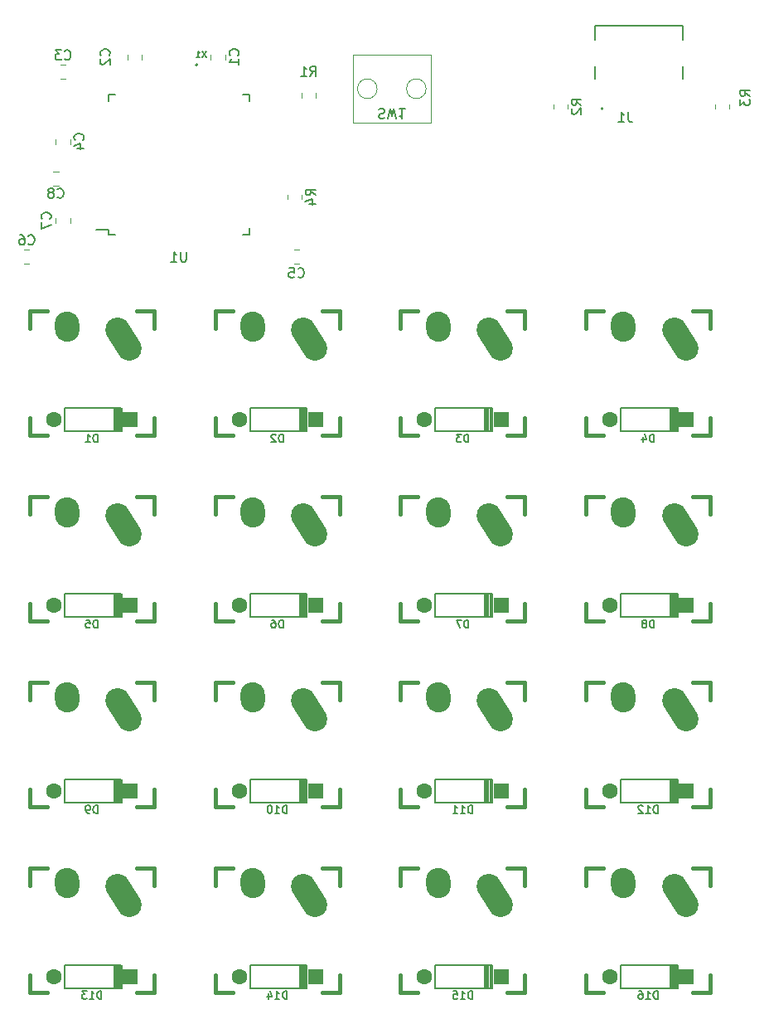
<source format=gbo>
%TF.GenerationSoftware,KiCad,Pcbnew,5.99.0-unknown-48521774cd~131~ubuntu20.04.1*%
%TF.CreationDate,2021-08-15T22:43:00-07:00*%
%TF.ProjectId,keyboard MKI,6b657962-6f61-4726-9420-4d4b492e6b69,rev?*%
%TF.SameCoordinates,Original*%
%TF.FileFunction,Legend,Bot*%
%TF.FilePolarity,Positive*%
%FSLAX46Y46*%
G04 Gerber Fmt 4.6, Leading zero omitted, Abs format (unit mm)*
G04 Created by KiCad (PCBNEW 5.99.0-unknown-48521774cd~131~ubuntu20.04.1) date 2021-08-15 22:43:00*
%MOMM*%
%LPD*%
G01*
G04 APERTURE LIST*
G04 Aperture macros list*
%AMHorizOval*
0 Thick line with rounded ends*
0 $1 width*
0 $2 $3 position (X,Y) of the first rounded end (center of the circle)*
0 $4 $5 position (X,Y) of the second rounded end (center of the circle)*
0 Add line between two ends*
20,1,$1,$2,$3,$4,$5,0*
0 Add two circle primitives to create the rounded ends*
1,1,$1,$2,$3*
1,1,$1,$4,$5*%
G04 Aperture macros list end*
%ADD10C,0.150000*%
%ADD11C,0.120000*%
%ADD12C,0.200000*%
%ADD13C,0.381000*%
%ADD14HorizOval,2.500000X-0.604462X0.948815X0.604462X-0.948815X0*%
%ADD15HorizOval,2.500000X-0.019724X0.289328X0.019724X-0.289328X0*%
%ADD16R,1.600000X1.600000*%
%ADD17C,1.600000*%
G04 APERTURE END LIST*
D10*
%TO.C,SW1*%
X105416666Y-45845238D02*
X105559523Y-45797619D01*
X105797619Y-45797619D01*
X105892857Y-45845238D01*
X105940476Y-45892857D01*
X105988095Y-45988095D01*
X105988095Y-46083333D01*
X105940476Y-46178571D01*
X105892857Y-46226190D01*
X105797619Y-46273809D01*
X105607142Y-46321428D01*
X105511904Y-46369047D01*
X105464285Y-46416666D01*
X105416666Y-46511904D01*
X105416666Y-46607142D01*
X105464285Y-46702380D01*
X105511904Y-46750000D01*
X105607142Y-46797619D01*
X105845238Y-46797619D01*
X105988095Y-46750000D01*
X106321428Y-46797619D02*
X106559523Y-45797619D01*
X106750000Y-46511904D01*
X106940476Y-45797619D01*
X107178571Y-46797619D01*
X108083333Y-45797619D02*
X107511904Y-45797619D01*
X107797619Y-45797619D02*
X107797619Y-46797619D01*
X107702380Y-46654761D01*
X107607142Y-46559523D01*
X107511904Y-46511904D01*
%TO.C,X1*%
X87768095Y-39899523D02*
X87341428Y-40539523D01*
X87341428Y-39899523D02*
X87768095Y-40539523D01*
X86762380Y-40539523D02*
X87128095Y-40539523D01*
X86945238Y-40539523D02*
X86945238Y-39899523D01*
X87006190Y-39990952D01*
X87067142Y-40051904D01*
X87128095Y-40082380D01*
%TO.C,U1*%
X85761904Y-60402380D02*
X85761904Y-61211904D01*
X85714285Y-61307142D01*
X85666666Y-61354761D01*
X85571428Y-61402380D01*
X85380952Y-61402380D01*
X85285714Y-61354761D01*
X85238095Y-61307142D01*
X85190476Y-61211904D01*
X85190476Y-60402380D01*
X84190476Y-61402380D02*
X84761904Y-61402380D01*
X84476190Y-61402380D02*
X84476190Y-60402380D01*
X84571428Y-60545238D01*
X84666666Y-60640476D01*
X84761904Y-60688095D01*
%TO.C,R4*%
X98945130Y-54614383D02*
X98468940Y-54281050D01*
X98945130Y-54042954D02*
X97945130Y-54042954D01*
X97945130Y-54423907D01*
X97992750Y-54519145D01*
X98040369Y-54566764D01*
X98135607Y-54614383D01*
X98278464Y-54614383D01*
X98373702Y-54566764D01*
X98421321Y-54519145D01*
X98468940Y-54423907D01*
X98468940Y-54042954D01*
X98278464Y-55471526D02*
X98945130Y-55471526D01*
X97897511Y-55233430D02*
X98611797Y-54995335D01*
X98611797Y-55614383D01*
%TO.C,R3*%
X143333630Y-44483333D02*
X142857440Y-44150000D01*
X143333630Y-43911904D02*
X142333630Y-43911904D01*
X142333630Y-44292857D01*
X142381250Y-44388095D01*
X142428869Y-44435714D01*
X142524107Y-44483333D01*
X142666964Y-44483333D01*
X142762202Y-44435714D01*
X142809821Y-44388095D01*
X142857440Y-44292857D01*
X142857440Y-43911904D01*
X142333630Y-44816666D02*
X142333630Y-45435714D01*
X142714583Y-45102380D01*
X142714583Y-45245238D01*
X142762202Y-45340476D01*
X142809821Y-45388095D01*
X142905059Y-45435714D01*
X143143154Y-45435714D01*
X143238392Y-45388095D01*
X143286011Y-45340476D01*
X143333630Y-45245238D01*
X143333630Y-44959523D01*
X143286011Y-44864285D01*
X143238392Y-44816666D01*
%TO.C,R2*%
X126102380Y-45395833D02*
X125626190Y-45062500D01*
X126102380Y-44824404D02*
X125102380Y-44824404D01*
X125102380Y-45205357D01*
X125150000Y-45300595D01*
X125197619Y-45348214D01*
X125292857Y-45395833D01*
X125435714Y-45395833D01*
X125530952Y-45348214D01*
X125578571Y-45300595D01*
X125626190Y-45205357D01*
X125626190Y-44824404D01*
X125197619Y-45776785D02*
X125150000Y-45824404D01*
X125102380Y-45919642D01*
X125102380Y-46157738D01*
X125150000Y-46252976D01*
X125197619Y-46300595D01*
X125292857Y-46348214D01*
X125388095Y-46348214D01*
X125530952Y-46300595D01*
X126102380Y-45729166D01*
X126102380Y-46348214D01*
%TO.C,R1*%
X98416666Y-42452380D02*
X98750000Y-41976190D01*
X98988095Y-42452380D02*
X98988095Y-41452380D01*
X98607142Y-41452380D01*
X98511904Y-41500000D01*
X98464285Y-41547619D01*
X98416666Y-41642857D01*
X98416666Y-41785714D01*
X98464285Y-41880952D01*
X98511904Y-41928571D01*
X98607142Y-41976190D01*
X98988095Y-41976190D01*
X97464285Y-42452380D02*
X98035714Y-42452380D01*
X97750000Y-42452380D02*
X97750000Y-41452380D01*
X97845238Y-41595238D01*
X97940476Y-41690476D01*
X98035714Y-41738095D01*
%TO.C,J1*%
X130908333Y-46149880D02*
X130908333Y-46864166D01*
X130955952Y-47007023D01*
X131051190Y-47102261D01*
X131194047Y-47149880D01*
X131289285Y-47149880D01*
X129908333Y-47149880D02*
X130479761Y-47149880D01*
X130194047Y-47149880D02*
X130194047Y-46149880D01*
X130289285Y-46292738D01*
X130384523Y-46387976D01*
X130479761Y-46435595D01*
%TO.C,D16*%
X133919828Y-136683704D02*
X133919828Y-135883704D01*
X133729352Y-135883704D01*
X133615066Y-135921800D01*
X133538876Y-135997990D01*
X133500780Y-136074180D01*
X133462685Y-136226561D01*
X133462685Y-136340847D01*
X133500780Y-136493228D01*
X133538876Y-136569419D01*
X133615066Y-136645609D01*
X133729352Y-136683704D01*
X133919828Y-136683704D01*
X132700780Y-136683704D02*
X133157923Y-136683704D01*
X132929352Y-136683704D02*
X132929352Y-135883704D01*
X133005542Y-135997990D01*
X133081733Y-136074180D01*
X133157923Y-136112276D01*
X132015066Y-135883704D02*
X132167447Y-135883704D01*
X132243638Y-135921800D01*
X132281733Y-135959895D01*
X132357923Y-136074180D01*
X132396019Y-136226561D01*
X132396019Y-136531323D01*
X132357923Y-136607514D01*
X132319828Y-136645609D01*
X132243638Y-136683704D01*
X132091257Y-136683704D01*
X132015066Y-136645609D01*
X131976971Y-136607514D01*
X131938876Y-136531323D01*
X131938876Y-136340847D01*
X131976971Y-136264657D01*
X132015066Y-136226561D01*
X132091257Y-136188466D01*
X132243638Y-136188466D01*
X132319828Y-136226561D01*
X132357923Y-136264657D01*
X132396019Y-136340847D01*
%TO.C,D15*%
X114971428Y-136683704D02*
X114971428Y-135883704D01*
X114780952Y-135883704D01*
X114666666Y-135921800D01*
X114590476Y-135997990D01*
X114552380Y-136074180D01*
X114514285Y-136226561D01*
X114514285Y-136340847D01*
X114552380Y-136493228D01*
X114590476Y-136569419D01*
X114666666Y-136645609D01*
X114780952Y-136683704D01*
X114971428Y-136683704D01*
X113752380Y-136683704D02*
X114209523Y-136683704D01*
X113980952Y-136683704D02*
X113980952Y-135883704D01*
X114057142Y-135997990D01*
X114133333Y-136074180D01*
X114209523Y-136112276D01*
X113028571Y-135883704D02*
X113409523Y-135883704D01*
X113447619Y-136264657D01*
X113409523Y-136226561D01*
X113333333Y-136188466D01*
X113142857Y-136188466D01*
X113066666Y-136226561D01*
X113028571Y-136264657D01*
X112990476Y-136340847D01*
X112990476Y-136531323D01*
X113028571Y-136607514D01*
X113066666Y-136645609D01*
X113142857Y-136683704D01*
X113333333Y-136683704D01*
X113409523Y-136645609D01*
X113447619Y-136607514D01*
%TO.C,D14*%
X96023028Y-136683704D02*
X96023028Y-135883704D01*
X95832552Y-135883704D01*
X95718266Y-135921800D01*
X95642076Y-135997990D01*
X95603980Y-136074180D01*
X95565885Y-136226561D01*
X95565885Y-136340847D01*
X95603980Y-136493228D01*
X95642076Y-136569419D01*
X95718266Y-136645609D01*
X95832552Y-136683704D01*
X96023028Y-136683704D01*
X94803980Y-136683704D02*
X95261123Y-136683704D01*
X95032552Y-136683704D02*
X95032552Y-135883704D01*
X95108742Y-135997990D01*
X95184933Y-136074180D01*
X95261123Y-136112276D01*
X94118266Y-136150371D02*
X94118266Y-136683704D01*
X94308742Y-135845609D02*
X94499219Y-136417038D01*
X94003980Y-136417038D01*
%TO.C,D13*%
X77074628Y-136683704D02*
X77074628Y-135883704D01*
X76884152Y-135883704D01*
X76769866Y-135921800D01*
X76693676Y-135997990D01*
X76655580Y-136074180D01*
X76617485Y-136226561D01*
X76617485Y-136340847D01*
X76655580Y-136493228D01*
X76693676Y-136569419D01*
X76769866Y-136645609D01*
X76884152Y-136683704D01*
X77074628Y-136683704D01*
X75855580Y-136683704D02*
X76312723Y-136683704D01*
X76084152Y-136683704D02*
X76084152Y-135883704D01*
X76160342Y-135997990D01*
X76236533Y-136074180D01*
X76312723Y-136112276D01*
X75588914Y-135883704D02*
X75093676Y-135883704D01*
X75360342Y-136188466D01*
X75246057Y-136188466D01*
X75169866Y-136226561D01*
X75131771Y-136264657D01*
X75093676Y-136340847D01*
X75093676Y-136531323D01*
X75131771Y-136607514D01*
X75169866Y-136645609D01*
X75246057Y-136683704D01*
X75474628Y-136683704D01*
X75550819Y-136645609D01*
X75588914Y-136607514D01*
%TO.C,D12*%
X133919828Y-117735304D02*
X133919828Y-116935304D01*
X133729352Y-116935304D01*
X133615066Y-116973400D01*
X133538876Y-117049590D01*
X133500780Y-117125780D01*
X133462685Y-117278161D01*
X133462685Y-117392447D01*
X133500780Y-117544828D01*
X133538876Y-117621019D01*
X133615066Y-117697209D01*
X133729352Y-117735304D01*
X133919828Y-117735304D01*
X132700780Y-117735304D02*
X133157923Y-117735304D01*
X132929352Y-117735304D02*
X132929352Y-116935304D01*
X133005542Y-117049590D01*
X133081733Y-117125780D01*
X133157923Y-117163876D01*
X132396019Y-117011495D02*
X132357923Y-116973400D01*
X132281733Y-116935304D01*
X132091257Y-116935304D01*
X132015066Y-116973400D01*
X131976971Y-117011495D01*
X131938876Y-117087685D01*
X131938876Y-117163876D01*
X131976971Y-117278161D01*
X132434114Y-117735304D01*
X131938876Y-117735304D01*
%TO.C,D11*%
X114971428Y-117735304D02*
X114971428Y-116935304D01*
X114780952Y-116935304D01*
X114666666Y-116973400D01*
X114590476Y-117049590D01*
X114552380Y-117125780D01*
X114514285Y-117278161D01*
X114514285Y-117392447D01*
X114552380Y-117544828D01*
X114590476Y-117621019D01*
X114666666Y-117697209D01*
X114780952Y-117735304D01*
X114971428Y-117735304D01*
X113752380Y-117735304D02*
X114209523Y-117735304D01*
X113980952Y-117735304D02*
X113980952Y-116935304D01*
X114057142Y-117049590D01*
X114133333Y-117125780D01*
X114209523Y-117163876D01*
X112990476Y-117735304D02*
X113447619Y-117735304D01*
X113219047Y-117735304D02*
X113219047Y-116935304D01*
X113295238Y-117049590D01*
X113371428Y-117125780D01*
X113447619Y-117163876D01*
%TO.C,D10*%
X96023028Y-117735304D02*
X96023028Y-116935304D01*
X95832552Y-116935304D01*
X95718266Y-116973400D01*
X95642076Y-117049590D01*
X95603980Y-117125780D01*
X95565885Y-117278161D01*
X95565885Y-117392447D01*
X95603980Y-117544828D01*
X95642076Y-117621019D01*
X95718266Y-117697209D01*
X95832552Y-117735304D01*
X96023028Y-117735304D01*
X94803980Y-117735304D02*
X95261123Y-117735304D01*
X95032552Y-117735304D02*
X95032552Y-116935304D01*
X95108742Y-117049590D01*
X95184933Y-117125780D01*
X95261123Y-117163876D01*
X94308742Y-116935304D02*
X94232552Y-116935304D01*
X94156361Y-116973400D01*
X94118266Y-117011495D01*
X94080171Y-117087685D01*
X94042076Y-117240066D01*
X94042076Y-117430542D01*
X94080171Y-117582923D01*
X94118266Y-117659114D01*
X94156361Y-117697209D01*
X94232552Y-117735304D01*
X94308742Y-117735304D01*
X94384933Y-117697209D01*
X94423028Y-117659114D01*
X94461123Y-117582923D01*
X94499219Y-117430542D01*
X94499219Y-117240066D01*
X94461123Y-117087685D01*
X94423028Y-117011495D01*
X94384933Y-116973400D01*
X94308742Y-116935304D01*
%TO.C,D9*%
X76693676Y-117735304D02*
X76693676Y-116935304D01*
X76503200Y-116935304D01*
X76388914Y-116973400D01*
X76312723Y-117049590D01*
X76274628Y-117125780D01*
X76236533Y-117278161D01*
X76236533Y-117392447D01*
X76274628Y-117544828D01*
X76312723Y-117621019D01*
X76388914Y-117697209D01*
X76503200Y-117735304D01*
X76693676Y-117735304D01*
X75855580Y-117735304D02*
X75703200Y-117735304D01*
X75627009Y-117697209D01*
X75588914Y-117659114D01*
X75512723Y-117544828D01*
X75474628Y-117392447D01*
X75474628Y-117087685D01*
X75512723Y-117011495D01*
X75550819Y-116973400D01*
X75627009Y-116935304D01*
X75779390Y-116935304D01*
X75855580Y-116973400D01*
X75893676Y-117011495D01*
X75931771Y-117087685D01*
X75931771Y-117278161D01*
X75893676Y-117354352D01*
X75855580Y-117392447D01*
X75779390Y-117430542D01*
X75627009Y-117430542D01*
X75550819Y-117392447D01*
X75512723Y-117354352D01*
X75474628Y-117278161D01*
%TO.C,D8*%
X133538876Y-98786904D02*
X133538876Y-97986904D01*
X133348400Y-97986904D01*
X133234114Y-98025000D01*
X133157923Y-98101190D01*
X133119828Y-98177380D01*
X133081733Y-98329761D01*
X133081733Y-98444047D01*
X133119828Y-98596428D01*
X133157923Y-98672619D01*
X133234114Y-98748809D01*
X133348400Y-98786904D01*
X133538876Y-98786904D01*
X132624590Y-98329761D02*
X132700780Y-98291666D01*
X132738876Y-98253571D01*
X132776971Y-98177380D01*
X132776971Y-98139285D01*
X132738876Y-98063095D01*
X132700780Y-98025000D01*
X132624590Y-97986904D01*
X132472209Y-97986904D01*
X132396019Y-98025000D01*
X132357923Y-98063095D01*
X132319828Y-98139285D01*
X132319828Y-98177380D01*
X132357923Y-98253571D01*
X132396019Y-98291666D01*
X132472209Y-98329761D01*
X132624590Y-98329761D01*
X132700780Y-98367857D01*
X132738876Y-98405952D01*
X132776971Y-98482142D01*
X132776971Y-98634523D01*
X132738876Y-98710714D01*
X132700780Y-98748809D01*
X132624590Y-98786904D01*
X132472209Y-98786904D01*
X132396019Y-98748809D01*
X132357923Y-98710714D01*
X132319828Y-98634523D01*
X132319828Y-98482142D01*
X132357923Y-98405952D01*
X132396019Y-98367857D01*
X132472209Y-98329761D01*
%TO.C,D7*%
X114590476Y-98786904D02*
X114590476Y-97986904D01*
X114400000Y-97986904D01*
X114285714Y-98025000D01*
X114209523Y-98101190D01*
X114171428Y-98177380D01*
X114133333Y-98329761D01*
X114133333Y-98444047D01*
X114171428Y-98596428D01*
X114209523Y-98672619D01*
X114285714Y-98748809D01*
X114400000Y-98786904D01*
X114590476Y-98786904D01*
X113866666Y-97986904D02*
X113333333Y-97986904D01*
X113676190Y-98786904D01*
%TO.C,D6*%
X95642076Y-98786904D02*
X95642076Y-97986904D01*
X95451600Y-97986904D01*
X95337314Y-98025000D01*
X95261123Y-98101190D01*
X95223028Y-98177380D01*
X95184933Y-98329761D01*
X95184933Y-98444047D01*
X95223028Y-98596428D01*
X95261123Y-98672619D01*
X95337314Y-98748809D01*
X95451600Y-98786904D01*
X95642076Y-98786904D01*
X94499219Y-97986904D02*
X94651600Y-97986904D01*
X94727790Y-98025000D01*
X94765885Y-98063095D01*
X94842076Y-98177380D01*
X94880171Y-98329761D01*
X94880171Y-98634523D01*
X94842076Y-98710714D01*
X94803980Y-98748809D01*
X94727790Y-98786904D01*
X94575409Y-98786904D01*
X94499219Y-98748809D01*
X94461123Y-98710714D01*
X94423028Y-98634523D01*
X94423028Y-98444047D01*
X94461123Y-98367857D01*
X94499219Y-98329761D01*
X94575409Y-98291666D01*
X94727790Y-98291666D01*
X94803980Y-98329761D01*
X94842076Y-98367857D01*
X94880171Y-98444047D01*
%TO.C,D5*%
X76693676Y-98786904D02*
X76693676Y-97986904D01*
X76503200Y-97986904D01*
X76388914Y-98025000D01*
X76312723Y-98101190D01*
X76274628Y-98177380D01*
X76236533Y-98329761D01*
X76236533Y-98444047D01*
X76274628Y-98596428D01*
X76312723Y-98672619D01*
X76388914Y-98748809D01*
X76503200Y-98786904D01*
X76693676Y-98786904D01*
X75512723Y-97986904D02*
X75893676Y-97986904D01*
X75931771Y-98367857D01*
X75893676Y-98329761D01*
X75817485Y-98291666D01*
X75627009Y-98291666D01*
X75550819Y-98329761D01*
X75512723Y-98367857D01*
X75474628Y-98444047D01*
X75474628Y-98634523D01*
X75512723Y-98710714D01*
X75550819Y-98748809D01*
X75627009Y-98786904D01*
X75817485Y-98786904D01*
X75893676Y-98748809D01*
X75931771Y-98710714D01*
%TO.C,D4*%
X133538876Y-79838504D02*
X133538876Y-79038504D01*
X133348400Y-79038504D01*
X133234114Y-79076600D01*
X133157923Y-79152790D01*
X133119828Y-79228980D01*
X133081733Y-79381361D01*
X133081733Y-79495647D01*
X133119828Y-79648028D01*
X133157923Y-79724219D01*
X133234114Y-79800409D01*
X133348400Y-79838504D01*
X133538876Y-79838504D01*
X132396019Y-79305171D02*
X132396019Y-79838504D01*
X132586495Y-79000409D02*
X132776971Y-79571838D01*
X132281733Y-79571838D01*
%TO.C,D3*%
X114590476Y-79838504D02*
X114590476Y-79038504D01*
X114400000Y-79038504D01*
X114285714Y-79076600D01*
X114209523Y-79152790D01*
X114171428Y-79228980D01*
X114133333Y-79381361D01*
X114133333Y-79495647D01*
X114171428Y-79648028D01*
X114209523Y-79724219D01*
X114285714Y-79800409D01*
X114400000Y-79838504D01*
X114590476Y-79838504D01*
X113866666Y-79038504D02*
X113371428Y-79038504D01*
X113638095Y-79343266D01*
X113523809Y-79343266D01*
X113447619Y-79381361D01*
X113409523Y-79419457D01*
X113371428Y-79495647D01*
X113371428Y-79686123D01*
X113409523Y-79762314D01*
X113447619Y-79800409D01*
X113523809Y-79838504D01*
X113752380Y-79838504D01*
X113828571Y-79800409D01*
X113866666Y-79762314D01*
%TO.C,D2*%
X95642076Y-79838504D02*
X95642076Y-79038504D01*
X95451600Y-79038504D01*
X95337314Y-79076600D01*
X95261123Y-79152790D01*
X95223028Y-79228980D01*
X95184933Y-79381361D01*
X95184933Y-79495647D01*
X95223028Y-79648028D01*
X95261123Y-79724219D01*
X95337314Y-79800409D01*
X95451600Y-79838504D01*
X95642076Y-79838504D01*
X94880171Y-79114695D02*
X94842076Y-79076600D01*
X94765885Y-79038504D01*
X94575409Y-79038504D01*
X94499219Y-79076600D01*
X94461123Y-79114695D01*
X94423028Y-79190885D01*
X94423028Y-79267076D01*
X94461123Y-79381361D01*
X94918266Y-79838504D01*
X94423028Y-79838504D01*
%TO.C,D1*%
X76693676Y-79838504D02*
X76693676Y-79038504D01*
X76503200Y-79038504D01*
X76388914Y-79076600D01*
X76312723Y-79152790D01*
X76274628Y-79228980D01*
X76236533Y-79381361D01*
X76236533Y-79495647D01*
X76274628Y-79648028D01*
X76312723Y-79724219D01*
X76388914Y-79800409D01*
X76503200Y-79838504D01*
X76693676Y-79838504D01*
X75474628Y-79838504D02*
X75931771Y-79838504D01*
X75703200Y-79838504D02*
X75703200Y-79038504D01*
X75779390Y-79152790D01*
X75855580Y-79228980D01*
X75931771Y-79267076D01*
%TO.C,C8*%
X72596616Y-54807992D02*
X72644235Y-54855611D01*
X72787092Y-54903230D01*
X72882330Y-54903230D01*
X73025188Y-54855611D01*
X73120426Y-54760373D01*
X73168045Y-54665135D01*
X73215664Y-54474659D01*
X73215664Y-54331802D01*
X73168045Y-54141326D01*
X73120426Y-54046088D01*
X73025188Y-53950850D01*
X72882330Y-53903230D01*
X72787092Y-53903230D01*
X72644235Y-53950850D01*
X72596616Y-53998469D01*
X72025188Y-54331802D02*
X72120426Y-54284183D01*
X72168045Y-54236564D01*
X72215664Y-54141326D01*
X72215664Y-54093707D01*
X72168045Y-53998469D01*
X72120426Y-53950850D01*
X72025188Y-53903230D01*
X71834711Y-53903230D01*
X71739473Y-53950850D01*
X71691854Y-53998469D01*
X71644235Y-54093707D01*
X71644235Y-54141326D01*
X71691854Y-54236564D01*
X71739473Y-54284183D01*
X71834711Y-54331802D01*
X72025188Y-54331802D01*
X72120426Y-54379421D01*
X72168045Y-54427040D01*
X72215664Y-54522278D01*
X72215664Y-54712754D01*
X72168045Y-54807992D01*
X72120426Y-54855611D01*
X72025188Y-54903230D01*
X71834711Y-54903230D01*
X71739473Y-54855611D01*
X71691854Y-54807992D01*
X71644235Y-54712754D01*
X71644235Y-54522278D01*
X71691854Y-54427040D01*
X71739473Y-54379421D01*
X71834711Y-54331802D01*
%TO.C,C7*%
X71834392Y-57020433D02*
X71882011Y-56972814D01*
X71929630Y-56829957D01*
X71929630Y-56734719D01*
X71882011Y-56591861D01*
X71786773Y-56496623D01*
X71691535Y-56449004D01*
X71501059Y-56401385D01*
X71358202Y-56401385D01*
X71167726Y-56449004D01*
X71072488Y-56496623D01*
X70977250Y-56591861D01*
X70929630Y-56734719D01*
X70929630Y-56829957D01*
X70977250Y-56972814D01*
X71024869Y-57020433D01*
X70929630Y-57353766D02*
X70929630Y-58020433D01*
X71929630Y-57591861D01*
%TO.C,C6*%
X69616666Y-59589642D02*
X69664285Y-59637261D01*
X69807142Y-59684880D01*
X69902380Y-59684880D01*
X70045238Y-59637261D01*
X70140476Y-59542023D01*
X70188095Y-59446785D01*
X70235714Y-59256309D01*
X70235714Y-59113452D01*
X70188095Y-58922976D01*
X70140476Y-58827738D01*
X70045238Y-58732500D01*
X69902380Y-58684880D01*
X69807142Y-58684880D01*
X69664285Y-58732500D01*
X69616666Y-58780119D01*
X68759523Y-58684880D02*
X68950000Y-58684880D01*
X69045238Y-58732500D01*
X69092857Y-58780119D01*
X69188095Y-58922976D01*
X69235714Y-59113452D01*
X69235714Y-59494404D01*
X69188095Y-59589642D01*
X69140476Y-59637261D01*
X69045238Y-59684880D01*
X68854761Y-59684880D01*
X68759523Y-59637261D01*
X68711904Y-59589642D01*
X68664285Y-59494404D01*
X68664285Y-59256309D01*
X68711904Y-59161071D01*
X68759523Y-59113452D01*
X68854761Y-59065833D01*
X69045238Y-59065833D01*
X69140476Y-59113452D01*
X69188095Y-59161071D01*
X69235714Y-59256309D01*
%TO.C,C5*%
X97166666Y-62949642D02*
X97214285Y-62997261D01*
X97357142Y-63044880D01*
X97452380Y-63044880D01*
X97595238Y-62997261D01*
X97690476Y-62902023D01*
X97738095Y-62806785D01*
X97785714Y-62616309D01*
X97785714Y-62473452D01*
X97738095Y-62282976D01*
X97690476Y-62187738D01*
X97595238Y-62092500D01*
X97452380Y-62044880D01*
X97357142Y-62044880D01*
X97214285Y-62092500D01*
X97166666Y-62140119D01*
X96261904Y-62044880D02*
X96738095Y-62044880D01*
X96785714Y-62521071D01*
X96738095Y-62473452D01*
X96642857Y-62425833D01*
X96404761Y-62425833D01*
X96309523Y-62473452D01*
X96261904Y-62521071D01*
X96214285Y-62616309D01*
X96214285Y-62854404D01*
X96261904Y-62949642D01*
X96309523Y-62997261D01*
X96404761Y-63044880D01*
X96642857Y-63044880D01*
X96738095Y-62997261D01*
X96785714Y-62949642D01*
%TO.C,C4*%
X75194392Y-48964783D02*
X75242011Y-48917164D01*
X75289630Y-48774307D01*
X75289630Y-48679069D01*
X75242011Y-48536211D01*
X75146773Y-48440973D01*
X75051535Y-48393354D01*
X74861059Y-48345735D01*
X74718202Y-48345735D01*
X74527726Y-48393354D01*
X74432488Y-48440973D01*
X74337250Y-48536211D01*
X74289630Y-48679069D01*
X74289630Y-48774307D01*
X74337250Y-48917164D01*
X74384869Y-48964783D01*
X74622964Y-49821926D02*
X75289630Y-49821926D01*
X74242011Y-49583830D02*
X74956297Y-49345735D01*
X74956297Y-49964783D01*
%TO.C,C3*%
X73323916Y-40702942D02*
X73371535Y-40750561D01*
X73514392Y-40798180D01*
X73609630Y-40798180D01*
X73752488Y-40750561D01*
X73847726Y-40655323D01*
X73895345Y-40560085D01*
X73942964Y-40369609D01*
X73942964Y-40226752D01*
X73895345Y-40036276D01*
X73847726Y-39941038D01*
X73752488Y-39845800D01*
X73609630Y-39798180D01*
X73514392Y-39798180D01*
X73371535Y-39845800D01*
X73323916Y-39893419D01*
X72990583Y-39798180D02*
X72371535Y-39798180D01*
X72704869Y-40179133D01*
X72562011Y-40179133D01*
X72466773Y-40226752D01*
X72419154Y-40274371D01*
X72371535Y-40369609D01*
X72371535Y-40607704D01*
X72419154Y-40702942D01*
X72466773Y-40750561D01*
X72562011Y-40798180D01*
X72847726Y-40798180D01*
X72942964Y-40750561D01*
X72990583Y-40702942D01*
%TO.C,C2*%
X77857142Y-40333333D02*
X77904761Y-40285714D01*
X77952380Y-40142857D01*
X77952380Y-40047619D01*
X77904761Y-39904761D01*
X77809523Y-39809523D01*
X77714285Y-39761904D01*
X77523809Y-39714285D01*
X77380952Y-39714285D01*
X77190476Y-39761904D01*
X77095238Y-39809523D01*
X77000000Y-39904761D01*
X76952380Y-40047619D01*
X76952380Y-40142857D01*
X77000000Y-40285714D01*
X77047619Y-40333333D01*
X77047619Y-40714285D02*
X77000000Y-40761904D01*
X76952380Y-40857142D01*
X76952380Y-41095238D01*
X77000000Y-41190476D01*
X77047619Y-41238095D01*
X77142857Y-41285714D01*
X77238095Y-41285714D01*
X77380952Y-41238095D01*
X77952380Y-40666666D01*
X77952380Y-41285714D01*
%TO.C,C1*%
X91037142Y-40333333D02*
X91084761Y-40285714D01*
X91132380Y-40142857D01*
X91132380Y-40047619D01*
X91084761Y-39904761D01*
X90989523Y-39809523D01*
X90894285Y-39761904D01*
X90703809Y-39714285D01*
X90560952Y-39714285D01*
X90370476Y-39761904D01*
X90275238Y-39809523D01*
X90180000Y-39904761D01*
X90132380Y-40047619D01*
X90132380Y-40142857D01*
X90180000Y-40285714D01*
X90227619Y-40333333D01*
X91132380Y-41285714D02*
X91132380Y-40714285D01*
X91132380Y-41000000D02*
X90132380Y-41000000D01*
X90275238Y-40904761D01*
X90370476Y-40809523D01*
X90418095Y-40714285D01*
D11*
%TO.C,SW1*%
X102750000Y-47250000D02*
X110750000Y-47250000D01*
X110750000Y-47250000D02*
X110750000Y-40250000D01*
X110750000Y-40250000D02*
X102750000Y-40250000D01*
X102750000Y-40250000D02*
X102750000Y-47250000D01*
X110250000Y-43750000D02*
G75*
G03*
X110250000Y-43750000I-1000000J0D01*
G01*
X105250000Y-43750000D02*
G75*
G03*
X105250000Y-43750000I-1000000J0D01*
G01*
D12*
%TO.C,X1*%
X86900000Y-41300000D02*
G75*
G03*
X86900000Y-41300000I-100000J0D01*
G01*
D10*
%TO.C,U1*%
X77825000Y-58100000D02*
X76550000Y-58100000D01*
X92175000Y-58675000D02*
X91500000Y-58675000D01*
X92175000Y-44325000D02*
X91500000Y-44325000D01*
X77825000Y-44325000D02*
X78500000Y-44325000D01*
X77825000Y-58675000D02*
X78500000Y-58675000D01*
X77825000Y-44325000D02*
X77825000Y-45000000D01*
X92175000Y-44325000D02*
X92175000Y-45000000D01*
X92175000Y-58675000D02*
X92175000Y-58000000D01*
X77825000Y-58675000D02*
X77825000Y-58100000D01*
D11*
%TO.C,R4*%
X96107750Y-55008114D02*
X96107750Y-54553986D01*
X97577750Y-55008114D02*
X97577750Y-54553986D01*
%TO.C,R3*%
X139765000Y-45789564D02*
X139765000Y-45335436D01*
X141235000Y-45789564D02*
X141235000Y-45335436D01*
%TO.C,R2*%
X124735000Y-45789564D02*
X124735000Y-45335436D01*
X123265000Y-45789564D02*
X123265000Y-45335436D01*
%TO.C,R1*%
X98985000Y-44639564D02*
X98985000Y-44185436D01*
X97515000Y-44639564D02*
X97515000Y-44185436D01*
D13*
%TO.C,K16*%
X139298400Y-125087700D02*
X139298400Y-123309700D01*
X139298400Y-136009700D02*
X139298400Y-134231700D01*
X137520400Y-136009700D02*
X139298400Y-136009700D01*
X126598400Y-136009700D02*
X128376400Y-136009700D01*
X126598400Y-134231700D02*
X126598400Y-136009700D01*
X126598400Y-123309700D02*
X126598400Y-125087700D01*
X128376400Y-123309700D02*
X126598400Y-123309700D01*
X139298400Y-123309700D02*
X137520400Y-123309700D01*
%TO.C,K15*%
X120350000Y-123309700D02*
X118572000Y-123309700D01*
X109428000Y-123309700D02*
X107650000Y-123309700D01*
X107650000Y-123309700D02*
X107650000Y-125087700D01*
X107650000Y-134231700D02*
X107650000Y-136009700D01*
X107650000Y-136009700D02*
X109428000Y-136009700D01*
X118572000Y-136009700D02*
X120350000Y-136009700D01*
X120350000Y-136009700D02*
X120350000Y-134231700D01*
X120350000Y-125087700D02*
X120350000Y-123309700D01*
%TO.C,K14*%
X101401600Y-125087700D02*
X101401600Y-123309700D01*
X101401600Y-136009700D02*
X101401600Y-134231700D01*
X99623600Y-136009700D02*
X101401600Y-136009700D01*
X88701600Y-136009700D02*
X90479600Y-136009700D01*
X88701600Y-134231700D02*
X88701600Y-136009700D01*
X88701600Y-123309700D02*
X88701600Y-125087700D01*
X90479600Y-123309700D02*
X88701600Y-123309700D01*
X101401600Y-123309700D02*
X99623600Y-123309700D01*
%TO.C,K13*%
X82453200Y-125087700D02*
X82453200Y-123309700D01*
X82453200Y-136009700D02*
X82453200Y-134231700D01*
X80675200Y-136009700D02*
X82453200Y-136009700D01*
X69753200Y-136009700D02*
X71531200Y-136009700D01*
X69753200Y-134231700D02*
X69753200Y-136009700D01*
X69753200Y-123309700D02*
X69753200Y-125087700D01*
X71531200Y-123309700D02*
X69753200Y-123309700D01*
X82453200Y-123309700D02*
X80675200Y-123309700D01*
%TO.C,K12*%
X139298400Y-104361300D02*
X137520400Y-104361300D01*
X128376400Y-104361300D02*
X126598400Y-104361300D01*
X126598400Y-104361300D02*
X126598400Y-106139300D01*
X126598400Y-115283300D02*
X126598400Y-117061300D01*
X126598400Y-117061300D02*
X128376400Y-117061300D01*
X137520400Y-117061300D02*
X139298400Y-117061300D01*
X139298400Y-117061300D02*
X139298400Y-115283300D01*
X139298400Y-106139300D02*
X139298400Y-104361300D01*
%TO.C,K11*%
X120350000Y-106139300D02*
X120350000Y-104361300D01*
X120350000Y-117061300D02*
X120350000Y-115283300D01*
X118572000Y-117061300D02*
X120350000Y-117061300D01*
X107650000Y-117061300D02*
X109428000Y-117061300D01*
X107650000Y-115283300D02*
X107650000Y-117061300D01*
X107650000Y-104361300D02*
X107650000Y-106139300D01*
X109428000Y-104361300D02*
X107650000Y-104361300D01*
X120350000Y-104361300D02*
X118572000Y-104361300D01*
%TO.C,K10*%
X101401600Y-106139300D02*
X101401600Y-104361300D01*
X101401600Y-117061300D02*
X101401600Y-115283300D01*
X99623600Y-117061300D02*
X101401600Y-117061300D01*
X88701600Y-117061300D02*
X90479600Y-117061300D01*
X88701600Y-115283300D02*
X88701600Y-117061300D01*
X88701600Y-104361300D02*
X88701600Y-106139300D01*
X90479600Y-104361300D02*
X88701600Y-104361300D01*
X101401600Y-104361300D02*
X99623600Y-104361300D01*
%TO.C,K9*%
X82453200Y-104361300D02*
X80675200Y-104361300D01*
X71531200Y-104361300D02*
X69753200Y-104361300D01*
X69753200Y-104361300D02*
X69753200Y-106139300D01*
X69753200Y-115283300D02*
X69753200Y-117061300D01*
X69753200Y-117061300D02*
X71531200Y-117061300D01*
X80675200Y-117061300D02*
X82453200Y-117061300D01*
X82453200Y-117061300D02*
X82453200Y-115283300D01*
X82453200Y-106139300D02*
X82453200Y-104361300D01*
%TO.C,K8*%
X139298400Y-87190900D02*
X139298400Y-85412900D01*
X139298400Y-98112900D02*
X139298400Y-96334900D01*
X137520400Y-98112900D02*
X139298400Y-98112900D01*
X126598400Y-98112900D02*
X128376400Y-98112900D01*
X126598400Y-96334900D02*
X126598400Y-98112900D01*
X126598400Y-85412900D02*
X126598400Y-87190900D01*
X128376400Y-85412900D02*
X126598400Y-85412900D01*
X139298400Y-85412900D02*
X137520400Y-85412900D01*
%TO.C,K7*%
X120350000Y-87190900D02*
X120350000Y-85412900D01*
X120350000Y-98112900D02*
X120350000Y-96334900D01*
X118572000Y-98112900D02*
X120350000Y-98112900D01*
X107650000Y-98112900D02*
X109428000Y-98112900D01*
X107650000Y-96334900D02*
X107650000Y-98112900D01*
X107650000Y-85412900D02*
X107650000Y-87190900D01*
X109428000Y-85412900D02*
X107650000Y-85412900D01*
X120350000Y-85412900D02*
X118572000Y-85412900D01*
%TO.C,K6*%
X101401600Y-87190900D02*
X101401600Y-85412900D01*
X101401600Y-98112900D02*
X101401600Y-96334900D01*
X99623600Y-98112900D02*
X101401600Y-98112900D01*
X88701600Y-98112900D02*
X90479600Y-98112900D01*
X88701600Y-96334900D02*
X88701600Y-98112900D01*
X88701600Y-85412900D02*
X88701600Y-87190900D01*
X90479600Y-85412900D02*
X88701600Y-85412900D01*
X101401600Y-85412900D02*
X99623600Y-85412900D01*
%TO.C,K5*%
X82453200Y-87190900D02*
X82453200Y-85412900D01*
X82453200Y-98112900D02*
X82453200Y-96334900D01*
X80675200Y-98112900D02*
X82453200Y-98112900D01*
X69753200Y-98112900D02*
X71531200Y-98112900D01*
X69753200Y-96334900D02*
X69753200Y-98112900D01*
X69753200Y-85412900D02*
X69753200Y-87190900D01*
X71531200Y-85412900D02*
X69753200Y-85412900D01*
X82453200Y-85412900D02*
X80675200Y-85412900D01*
%TO.C,K4*%
X139298400Y-68242500D02*
X139298400Y-66464500D01*
X139298400Y-79164500D02*
X139298400Y-77386500D01*
X137520400Y-79164500D02*
X139298400Y-79164500D01*
X126598400Y-79164500D02*
X128376400Y-79164500D01*
X126598400Y-77386500D02*
X126598400Y-79164500D01*
X126598400Y-66464500D02*
X126598400Y-68242500D01*
X128376400Y-66464500D02*
X126598400Y-66464500D01*
X139298400Y-66464500D02*
X137520400Y-66464500D01*
%TO.C,K3*%
X120350000Y-68242500D02*
X120350000Y-66464500D01*
X120350000Y-79164500D02*
X120350000Y-77386500D01*
X118572000Y-79164500D02*
X120350000Y-79164500D01*
X107650000Y-79164500D02*
X109428000Y-79164500D01*
X107650000Y-77386500D02*
X107650000Y-79164500D01*
X107650000Y-66464500D02*
X107650000Y-68242500D01*
X109428000Y-66464500D02*
X107650000Y-66464500D01*
X120350000Y-66464500D02*
X118572000Y-66464500D01*
%TO.C,K2*%
X101401600Y-66464500D02*
X99623600Y-66464500D01*
X90479600Y-66464500D02*
X88701600Y-66464500D01*
X88701600Y-66464500D02*
X88701600Y-68242500D01*
X88701600Y-77386500D02*
X88701600Y-79164500D01*
X88701600Y-79164500D02*
X90479600Y-79164500D01*
X99623600Y-79164500D02*
X101401600Y-79164500D01*
X101401600Y-79164500D02*
X101401600Y-77386500D01*
X101401600Y-68242500D02*
X101401600Y-66464500D01*
%TO.C,K1*%
X82453200Y-66464500D02*
X80675200Y-66464500D01*
X71531200Y-66464500D02*
X69753200Y-66464500D01*
X69753200Y-66464500D02*
X69753200Y-68242500D01*
X69753200Y-77386500D02*
X69753200Y-79164500D01*
X69753200Y-79164500D02*
X71531200Y-79164500D01*
X80675200Y-79164500D02*
X82453200Y-79164500D01*
X82453200Y-79164500D02*
X82453200Y-77386500D01*
X82453200Y-68242500D02*
X82453200Y-66464500D01*
D12*
%TO.C,J1*%
X127530000Y-38772500D02*
X127530000Y-37282500D01*
X127530000Y-37282500D02*
X136470000Y-37282500D01*
X136470000Y-37282500D02*
X136470000Y-38772500D01*
X127530000Y-42702500D02*
X127530000Y-41492500D01*
X136470000Y-42702500D02*
X136470000Y-41492500D01*
X128320000Y-45792500D02*
G75*
G03*
X128320000Y-45792500I-100000J0D01*
G01*
%TO.C,D16*%
X135223400Y-133196800D02*
X135223400Y-135596800D01*
X135398400Y-133196800D02*
X135398400Y-135596800D01*
X135573400Y-133196800D02*
X135573400Y-135596800D01*
X135973400Y-135596800D02*
X135973400Y-133196800D01*
X135748400Y-133196800D02*
X135748400Y-135596800D01*
X135873400Y-133196800D02*
X135873400Y-135596800D01*
X135948400Y-133196800D02*
X130148400Y-133196800D01*
X130148400Y-133196800D02*
X130148400Y-135596800D01*
X130148400Y-135596800D02*
X135948400Y-135596800D01*
%TO.C,D15*%
X116275000Y-133196800D02*
X116275000Y-135596800D01*
X116450000Y-133196800D02*
X116450000Y-135596800D01*
X116625000Y-133196800D02*
X116625000Y-135596800D01*
X117025000Y-135596800D02*
X117025000Y-133196800D01*
X116800000Y-133196800D02*
X116800000Y-135596800D01*
X116925000Y-133196800D02*
X116925000Y-135596800D01*
X117000000Y-133196800D02*
X111200000Y-133196800D01*
X111200000Y-133196800D02*
X111200000Y-135596800D01*
X111200000Y-135596800D02*
X117000000Y-135596800D01*
%TO.C,D14*%
X92251600Y-135596800D02*
X98051600Y-135596800D01*
X92251600Y-133196800D02*
X92251600Y-135596800D01*
X98051600Y-133196800D02*
X92251600Y-133196800D01*
X97976600Y-133196800D02*
X97976600Y-135596800D01*
X97851600Y-133196800D02*
X97851600Y-135596800D01*
X98076600Y-135596800D02*
X98076600Y-133196800D01*
X97676600Y-133196800D02*
X97676600Y-135596800D01*
X97501600Y-133196800D02*
X97501600Y-135596800D01*
X97326600Y-133196800D02*
X97326600Y-135596800D01*
%TO.C,D13*%
X78378200Y-133196800D02*
X78378200Y-135596800D01*
X78553200Y-133196800D02*
X78553200Y-135596800D01*
X78728200Y-133196800D02*
X78728200Y-135596800D01*
X79128200Y-135596800D02*
X79128200Y-133196800D01*
X78903200Y-133196800D02*
X78903200Y-135596800D01*
X79028200Y-133196800D02*
X79028200Y-135596800D01*
X79103200Y-133196800D02*
X73303200Y-133196800D01*
X73303200Y-133196800D02*
X73303200Y-135596800D01*
X73303200Y-135596800D02*
X79103200Y-135596800D01*
%TO.C,D12*%
X135223400Y-114248400D02*
X135223400Y-116648400D01*
X135398400Y-114248400D02*
X135398400Y-116648400D01*
X135573400Y-114248400D02*
X135573400Y-116648400D01*
X135973400Y-116648400D02*
X135973400Y-114248400D01*
X135748400Y-114248400D02*
X135748400Y-116648400D01*
X135873400Y-114248400D02*
X135873400Y-116648400D01*
X135948400Y-114248400D02*
X130148400Y-114248400D01*
X130148400Y-114248400D02*
X130148400Y-116648400D01*
X130148400Y-116648400D02*
X135948400Y-116648400D01*
%TO.C,D11*%
X116275000Y-114248400D02*
X116275000Y-116648400D01*
X116450000Y-114248400D02*
X116450000Y-116648400D01*
X116625000Y-114248400D02*
X116625000Y-116648400D01*
X117025000Y-116648400D02*
X117025000Y-114248400D01*
X116800000Y-114248400D02*
X116800000Y-116648400D01*
X116925000Y-114248400D02*
X116925000Y-116648400D01*
X117000000Y-114248400D02*
X111200000Y-114248400D01*
X111200000Y-114248400D02*
X111200000Y-116648400D01*
X111200000Y-116648400D02*
X117000000Y-116648400D01*
%TO.C,D10*%
X97326600Y-114248400D02*
X97326600Y-116648400D01*
X97501600Y-114248400D02*
X97501600Y-116648400D01*
X97676600Y-114248400D02*
X97676600Y-116648400D01*
X98076600Y-116648400D02*
X98076600Y-114248400D01*
X97851600Y-114248400D02*
X97851600Y-116648400D01*
X97976600Y-114248400D02*
X97976600Y-116648400D01*
X98051600Y-114248400D02*
X92251600Y-114248400D01*
X92251600Y-114248400D02*
X92251600Y-116648400D01*
X92251600Y-116648400D02*
X98051600Y-116648400D01*
%TO.C,D9*%
X73303200Y-116648400D02*
X79103200Y-116648400D01*
X73303200Y-114248400D02*
X73303200Y-116648400D01*
X79103200Y-114248400D02*
X73303200Y-114248400D01*
X79028200Y-114248400D02*
X79028200Y-116648400D01*
X78903200Y-114248400D02*
X78903200Y-116648400D01*
X79128200Y-116648400D02*
X79128200Y-114248400D01*
X78728200Y-114248400D02*
X78728200Y-116648400D01*
X78553200Y-114248400D02*
X78553200Y-116648400D01*
X78378200Y-114248400D02*
X78378200Y-116648400D01*
%TO.C,D8*%
X130148400Y-97700000D02*
X135948400Y-97700000D01*
X130148400Y-95300000D02*
X130148400Y-97700000D01*
X135948400Y-95300000D02*
X130148400Y-95300000D01*
X135873400Y-95300000D02*
X135873400Y-97700000D01*
X135748400Y-95300000D02*
X135748400Y-97700000D01*
X135973400Y-97700000D02*
X135973400Y-95300000D01*
X135573400Y-95300000D02*
X135573400Y-97700000D01*
X135398400Y-95300000D02*
X135398400Y-97700000D01*
X135223400Y-95300000D02*
X135223400Y-97700000D01*
%TO.C,D7*%
X116275000Y-95300000D02*
X116275000Y-97700000D01*
X116450000Y-95300000D02*
X116450000Y-97700000D01*
X116625000Y-95300000D02*
X116625000Y-97700000D01*
X117025000Y-97700000D02*
X117025000Y-95300000D01*
X116800000Y-95300000D02*
X116800000Y-97700000D01*
X116925000Y-95300000D02*
X116925000Y-97700000D01*
X117000000Y-95300000D02*
X111200000Y-95300000D01*
X111200000Y-95300000D02*
X111200000Y-97700000D01*
X111200000Y-97700000D02*
X117000000Y-97700000D01*
%TO.C,D6*%
X97326600Y-95300000D02*
X97326600Y-97700000D01*
X97501600Y-95300000D02*
X97501600Y-97700000D01*
X97676600Y-95300000D02*
X97676600Y-97700000D01*
X98076600Y-97700000D02*
X98076600Y-95300000D01*
X97851600Y-95300000D02*
X97851600Y-97700000D01*
X97976600Y-95300000D02*
X97976600Y-97700000D01*
X98051600Y-95300000D02*
X92251600Y-95300000D01*
X92251600Y-95300000D02*
X92251600Y-97700000D01*
X92251600Y-97700000D02*
X98051600Y-97700000D01*
%TO.C,D5*%
X78378200Y-95300000D02*
X78378200Y-97700000D01*
X78553200Y-95300000D02*
X78553200Y-97700000D01*
X78728200Y-95300000D02*
X78728200Y-97700000D01*
X79128200Y-97700000D02*
X79128200Y-95300000D01*
X78903200Y-95300000D02*
X78903200Y-97700000D01*
X79028200Y-95300000D02*
X79028200Y-97700000D01*
X79103200Y-95300000D02*
X73303200Y-95300000D01*
X73303200Y-95300000D02*
X73303200Y-97700000D01*
X73303200Y-97700000D02*
X79103200Y-97700000D01*
%TO.C,D4*%
X135223400Y-76351600D02*
X135223400Y-78751600D01*
X135398400Y-76351600D02*
X135398400Y-78751600D01*
X135573400Y-76351600D02*
X135573400Y-78751600D01*
X135973400Y-78751600D02*
X135973400Y-76351600D01*
X135748400Y-76351600D02*
X135748400Y-78751600D01*
X135873400Y-76351600D02*
X135873400Y-78751600D01*
X135948400Y-76351600D02*
X130148400Y-76351600D01*
X130148400Y-76351600D02*
X130148400Y-78751600D01*
X130148400Y-78751600D02*
X135948400Y-78751600D01*
%TO.C,D3*%
X116275000Y-76351600D02*
X116275000Y-78751600D01*
X116450000Y-76351600D02*
X116450000Y-78751600D01*
X116625000Y-76351600D02*
X116625000Y-78751600D01*
X117025000Y-78751600D02*
X117025000Y-76351600D01*
X116800000Y-76351600D02*
X116800000Y-78751600D01*
X116925000Y-76351600D02*
X116925000Y-78751600D01*
X117000000Y-76351600D02*
X111200000Y-76351600D01*
X111200000Y-76351600D02*
X111200000Y-78751600D01*
X111200000Y-78751600D02*
X117000000Y-78751600D01*
%TO.C,D2*%
X92251600Y-78751600D02*
X98051600Y-78751600D01*
X92251600Y-76351600D02*
X92251600Y-78751600D01*
X98051600Y-76351600D02*
X92251600Y-76351600D01*
X97976600Y-76351600D02*
X97976600Y-78751600D01*
X97851600Y-76351600D02*
X97851600Y-78751600D01*
X98076600Y-78751600D02*
X98076600Y-76351600D01*
X97676600Y-76351600D02*
X97676600Y-78751600D01*
X97501600Y-76351600D02*
X97501600Y-78751600D01*
X97326600Y-76351600D02*
X97326600Y-78751600D01*
%TO.C,D1*%
X78378200Y-76351600D02*
X78378200Y-78751600D01*
X78553200Y-76351600D02*
X78553200Y-78751600D01*
X78728200Y-76351600D02*
X78728200Y-78751600D01*
X79128200Y-78751600D02*
X79128200Y-76351600D01*
X78903200Y-76351600D02*
X78903200Y-78751600D01*
X79028200Y-76351600D02*
X79028200Y-78751600D01*
X79103200Y-76351600D02*
X73303200Y-76351600D01*
X73303200Y-76351600D02*
X73303200Y-78751600D01*
X73303200Y-78751600D02*
X79103200Y-78751600D01*
D11*
%TO.C,C8*%
X72168698Y-52215850D02*
X72691202Y-52215850D01*
X72168698Y-53685850D02*
X72691202Y-53685850D01*
%TO.C,C7*%
X73892250Y-56925848D02*
X73892250Y-57448352D01*
X72422250Y-56925848D02*
X72422250Y-57448352D01*
%TO.C,C6*%
X69711252Y-61647500D02*
X69188748Y-61647500D01*
X69711252Y-60177500D02*
X69188748Y-60177500D01*
%TO.C,C5*%
X96738748Y-60177500D02*
X97261252Y-60177500D01*
X96738748Y-61647500D02*
X97261252Y-61647500D01*
%TO.C,C4*%
X73892250Y-49392702D02*
X73892250Y-48870198D01*
X72422250Y-49392702D02*
X72422250Y-48870198D01*
%TO.C,C3*%
X73418502Y-42760800D02*
X72895998Y-42760800D01*
X73418502Y-41290800D02*
X72895998Y-41290800D01*
%TO.C,C2*%
X81235000Y-40761252D02*
X81235000Y-40238748D01*
X79765000Y-40761252D02*
X79765000Y-40238748D01*
%TO.C,C1*%
X88265000Y-40761252D02*
X88265000Y-40238748D01*
X89735000Y-40761252D02*
X89735000Y-40238748D01*
%TD*%
D14*
%TO.C,K16*%
X136203400Y-126139700D03*
D15*
X130428400Y-124869700D03*
%TD*%
%TO.C,K15*%
X111480000Y-124869700D03*
D14*
X117255000Y-126139700D03*
%TD*%
%TO.C,K14*%
X98306600Y-126139700D03*
D15*
X92531600Y-124869700D03*
%TD*%
D14*
%TO.C,K13*%
X79358200Y-126139700D03*
D15*
X73583200Y-124869700D03*
%TD*%
%TO.C,K12*%
X130428400Y-105921300D03*
D14*
X136203400Y-107191300D03*
%TD*%
%TO.C,K11*%
X117255000Y-107191300D03*
D15*
X111480000Y-105921300D03*
%TD*%
D14*
%TO.C,K10*%
X98306600Y-107191300D03*
D15*
X92531600Y-105921300D03*
%TD*%
%TO.C,K9*%
X73583200Y-105921300D03*
D14*
X79358200Y-107191300D03*
%TD*%
%TO.C,K8*%
X136203400Y-88242900D03*
D15*
X130428400Y-86972900D03*
%TD*%
D14*
%TO.C,K7*%
X117255000Y-88242900D03*
D15*
X111480000Y-86972900D03*
%TD*%
D14*
%TO.C,K6*%
X98306600Y-88242900D03*
D15*
X92531600Y-86972900D03*
%TD*%
D14*
%TO.C,K5*%
X79358200Y-88242900D03*
D15*
X73583200Y-86972900D03*
%TD*%
D14*
%TO.C,K4*%
X136203400Y-69294500D03*
D15*
X130428400Y-68024500D03*
%TD*%
D14*
%TO.C,K3*%
X117255000Y-69294500D03*
D15*
X111480000Y-68024500D03*
%TD*%
%TO.C,K2*%
X92531600Y-68024500D03*
D14*
X98306600Y-69294500D03*
%TD*%
D15*
%TO.C,K1*%
X73583200Y-68024500D03*
D14*
X79358200Y-69294500D03*
%TD*%
D16*
%TO.C,D16*%
X136848400Y-134396800D03*
D17*
X129048400Y-134396800D03*
%TD*%
D16*
%TO.C,D15*%
X117900000Y-134396800D03*
D17*
X110100000Y-134396800D03*
%TD*%
%TO.C,D14*%
X91151600Y-134396800D03*
D16*
X98951600Y-134396800D03*
%TD*%
%TO.C,D13*%
X80003200Y-134396800D03*
D17*
X72203200Y-134396800D03*
%TD*%
D16*
%TO.C,D12*%
X136848400Y-115448400D03*
D17*
X129048400Y-115448400D03*
%TD*%
D16*
%TO.C,D11*%
X117900000Y-115448400D03*
D17*
X110100000Y-115448400D03*
%TD*%
D16*
%TO.C,D10*%
X98951600Y-115448400D03*
D17*
X91151600Y-115448400D03*
%TD*%
%TO.C,D9*%
X72203200Y-115448400D03*
D16*
X80003200Y-115448400D03*
%TD*%
D17*
%TO.C,D8*%
X129048400Y-96500000D03*
D16*
X136848400Y-96500000D03*
%TD*%
%TO.C,D7*%
X117900000Y-96500000D03*
D17*
X110100000Y-96500000D03*
%TD*%
D16*
%TO.C,D6*%
X98951600Y-96500000D03*
D17*
X91151600Y-96500000D03*
%TD*%
D16*
%TO.C,D5*%
X80003200Y-96500000D03*
D17*
X72203200Y-96500000D03*
%TD*%
D16*
%TO.C,D4*%
X136848400Y-77551600D03*
D17*
X129048400Y-77551600D03*
%TD*%
D16*
%TO.C,D3*%
X117900000Y-77551600D03*
D17*
X110100000Y-77551600D03*
%TD*%
%TO.C,D2*%
X91151600Y-77551600D03*
D16*
X98951600Y-77551600D03*
%TD*%
%TO.C,D1*%
X80003200Y-77551600D03*
D17*
X72203200Y-77551600D03*
%TD*%
M02*

</source>
